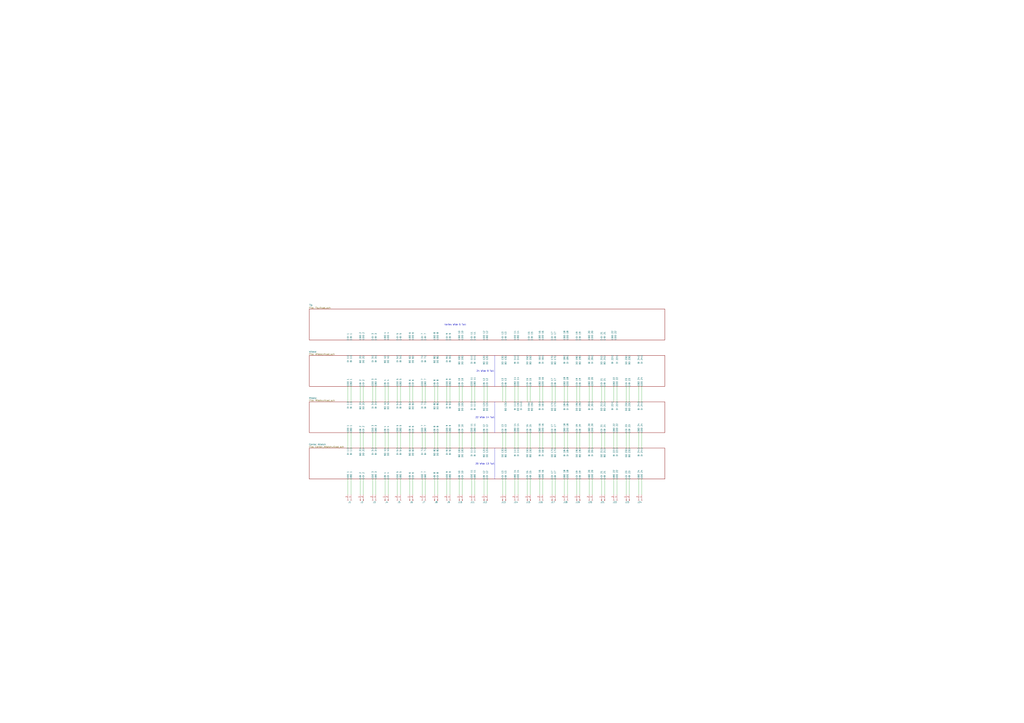
<source format=kicad_sch>
(kicad_sch (version 20231120) (generator "eeschema") (generator_version "8.0")
  (paper "A1")
  (lib_symbols
    (symbol "Connector:Conn_01x02_Pin" (pin_names (offset 1.016) hide)
      (property "Reference" "J" (at 0 2.54 0))
      (property "Value" "Conn_01x02_Pin" (at 0 -5.08 0))
      (symbol "Conn_01x02_Pin_1_1"
        (polyline (pts (xy 1.27 -2.54) (xy 0.8636 -2.54)) (stroke (width 0.1524)))
        (polyline (pts (xy 1.27 0) (xy 0.8636 0)) (stroke (width 0.1524)))
        (rectangle (start 0.8636 -2.413) (end 0 -2.667) (stroke (width 0.1524)) (fill (type outline)))
        (rectangle (start 0.8636 0.127) (end 0 -0.127) (stroke (width 0.1524)) (fill (type outline)))
        (pin passive line (at 5.08 0 180) (length 3.81) (name "Pin_1") (number "1"))
        (pin passive line (at 5.08 -2.54 180) (length 3.81) (name "Pin_2") (number "2"))
      )
    )
    (symbol "Connector:Conn_01x02_Socket" (pin_names (offset 1.016) hide)
      (property "Reference" "J" (at 0 2.54 0))
      (property "Value" "Conn_01x02_Socket" (at 0 -5.08 0))
      (symbol "Conn_01x02_Socket_1_1"
        (arc (start 0 -2.032) (mid -0.5058 -2.54) (end 0 -3.048) (stroke (width 0.1524)))
        (polyline (pts (xy -1.27 -2.54) (xy -0.508 -2.54)) (stroke (width 0.1524)))
        (polyline (pts (xy -1.27 0) (xy -0.508 0)) (stroke (width 0.1524)))
        (arc (start 0 0.508) (mid -0.5058 0) (end 0 -0.508) (stroke (width 0.1524)))
        (pin passive line (at -5.08 0 0) (length 3.81) (name "Pin_1") (number "1"))
        (pin passive line (at -5.08 -2.54 0) (length 3.81) (name "Pin_2") (number "2"))
      )
    )
  )
  (wire (pts (xy 422.91 317.5) (xy 422.91 330.2)))
  (wire (pts (xy 285.75 393.7) (xy 285.75 406.4)))
  (wire (pts (xy 422.91 393.7) (xy 422.91 406.4)))
  (wire (pts (xy 387.35 355.6) (xy 387.35 368.3)))
  (wire (pts (xy 336.55 393.7) (xy 336.55 406.4)))
  (wire (pts (xy 433.07 393.7) (xy 433.07 406.4)))
  (wire (pts (xy 367.03 355.6) (xy 367.03 368.3)))
  (wire (pts (xy 516.89 355.6) (xy 516.89 368.3)))
  (wire (pts (xy 516.89 393.7) (xy 516.89 406.4)))
  (wire (pts (xy 336.55 355.6) (xy 336.55 368.3)))
  (wire (pts (xy 326.39 355.6) (xy 326.39 368.3)))
  (wire (pts (xy 476.25 393.7) (xy 476.25 406.4)))
  (wire (pts (xy 435.61 355.6) (xy 435.61 368.3)))
  (wire (pts (xy 377.19 355.6) (xy 377.19 368.3)))
  (wire (pts (xy 326.39 393.7) (xy 326.39 406.4)))
  (wire (pts (xy 422.91 355.6) (xy 422.91 368.3)))
  (wire (pts (xy 476.25 355.6) (xy 476.25 368.3)))
  (wire (pts (xy 494.03 393.7) (xy 494.03 406.4)))
  (wire (pts (xy 516.89 317.5) (xy 516.89 330.2)))
  (wire (pts (xy 359.41 355.6) (xy 359.41 368.3)))
  (polyline (pts (xy 406.4 330.2) (xy 406.4 355.6)))
  (wire (pts (xy 443.23 317.5) (xy 443.23 330.2)))
  (wire (pts (xy 496.57 393.7) (xy 496.57 406.4)))
  (wire (pts (xy 349.25 393.7) (xy 349.25 406.4)))
  (wire (pts (xy 433.07 317.5) (xy 433.07 330.2)))
  (wire (pts (xy 473.71 355.6) (xy 473.71 368.3)))
  (wire (pts (xy 356.87 317.5) (xy 356.87 330.2)))
  (wire (pts (xy 455.93 393.7) (xy 455.93 406.4)))
  (wire (pts (xy 387.35 317.5) (xy 387.35 330.2)))
  (wire (pts (xy 412.75 393.7) (xy 412.75 406.4)))
  (wire (pts (xy 367.03 317.5) (xy 367.03 330.2)))
  (wire (pts (xy 328.93 355.6) (xy 328.93 368.3)))
  (wire (pts (xy 433.07 355.6) (xy 433.07 368.3)))
  (wire (pts (xy 494.03 355.6) (xy 494.03 368.3)))
  (wire (pts (xy 445.77 393.7) (xy 445.77 406.4)))
  (wire (pts (xy 328.93 393.7) (xy 328.93 406.4)))
  (wire (pts (xy 466.09 393.7) (xy 466.09 406.4)))
  (wire (pts (xy 486.41 393.7) (xy 486.41 406.4)))
  (wire (pts (xy 400.05 355.6) (xy 400.05 368.3)))
  (wire (pts (xy 400.05 393.7) (xy 400.05 406.4)))
  (wire (pts (xy 369.57 355.6) (xy 369.57 368.3)))
  (wire (pts (xy 397.51 355.6) (xy 397.51 368.3)))
  (wire (pts (xy 466.09 317.5) (xy 466.09 330.2)))
  (wire (pts (xy 463.55 317.5) (xy 463.55 330.2)))
  (wire (pts (xy 486.41 317.5) (xy 486.41 330.2)))
  (wire (pts (xy 288.29 355.6) (xy 288.29 368.3)))
  (wire (pts (xy 379.73 393.7) (xy 379.73 406.4)))
  (wire (pts (xy 339.09 355.6) (xy 339.09 368.3)))
  (wire (pts (xy 524.51 393.7) (xy 524.51 406.4)))
  (wire (pts (xy 425.45 317.5) (xy 425.45 330.2)))
  (wire (pts (xy 453.39 317.5) (xy 453.39 330.2)))
  (wire (pts (xy 285.75 317.5) (xy 285.75 330.2)))
  (wire (pts (xy 445.77 317.5) (xy 445.77 330.2)))
  (wire (pts (xy 316.23 317.5) (xy 316.23 330.2)))
  (wire (pts (xy 443.23 355.6) (xy 443.23 368.3)))
  (wire (pts (xy 389.89 393.7) (xy 389.89 406.4)))
  (wire (pts (xy 473.71 393.7) (xy 473.71 406.4)))
  (wire (pts (xy 425.45 355.6) (xy 425.45 368.3)))
  (wire (pts (xy 326.39 317.5) (xy 326.39 330.2)))
  (wire (pts (xy 369.57 317.5) (xy 369.57 330.2)))
  (wire (pts (xy 356.87 393.7) (xy 356.87 406.4)))
  (wire (pts (xy 298.45 393.7) (xy 298.45 406.4)))
  (wire (pts (xy 349.25 317.5) (xy 349.25 330.2)))
  (wire (pts (xy 379.73 355.6) (xy 379.73 368.3)))
  (wire (pts (xy 527.05 393.7) (xy 527.05 406.4)))
  (wire (pts (xy 506.73 355.6) (xy 506.73 368.3)))
  (wire (pts (xy 504.19 317.5) (xy 504.19 330.2)))
  (wire (pts (xy 397.51 317.5) (xy 397.51 330.2)))
  (wire (pts (xy 359.41 393.7) (xy 359.41 406.4)))
  (wire (pts (xy 496.57 317.5) (xy 496.57 330.2)))
  (wire (pts (xy 473.71 317.5) (xy 473.71 330.2)))
  (wire (pts (xy 387.35 393.7) (xy 387.35 406.4)))
  (wire (pts (xy 308.61 355.6) (xy 308.61 368.3)))
  (wire (pts (xy 514.35 393.7) (xy 514.35 406.4)))
  (wire (pts (xy 506.73 317.5) (xy 506.73 330.2)))
  (wire (pts (xy 288.29 317.5) (xy 288.29 330.2)))
  (wire (pts (xy 295.91 317.5) (xy 295.91 330.2)))
  (wire (pts (xy 377.19 317.5) (xy 377.19 330.2)))
  (wire (pts (xy 306.07 355.6) (xy 306.07 368.3)))
  (wire (pts (xy 346.71 355.6) (xy 346.71 368.3)))
  (wire (pts (xy 328.93 317.5) (xy 328.93 330.2)))
  (wire (pts (xy 453.39 393.7) (xy 453.39 406.4)))
  (wire (pts (xy 524.51 355.6) (xy 524.51 368.3)))
  (wire (pts (xy 295.91 393.7) (xy 295.91 406.4)))
  (wire (pts (xy 346.71 317.5) (xy 346.71 330.2)))
  (wire (pts (xy 445.77 355.6) (xy 445.77 368.3)))
  (wire (pts (xy 496.57 355.6) (xy 496.57 368.3)))
  (wire (pts (xy 455.93 317.5) (xy 455.93 330.2)))
  (wire (pts (xy 397.51 393.7) (xy 397.51 406.4)))
  (wire (pts (xy 369.57 393.7) (xy 369.57 406.4)))
  (wire (pts (xy 527.05 355.6) (xy 527.05 368.3)))
  (wire (pts (xy 443.23 393.7) (xy 443.23 406.4)))
  (wire (pts (xy 318.77 355.6) (xy 318.77 368.3)))
  (wire (pts (xy 476.25 317.5) (xy 476.25 330.2)))
  (wire (pts (xy 494.03 317.5) (xy 494.03 330.2)))
  (wire (pts (xy 463.55 393.7) (xy 463.55 406.4)))
  (wire (pts (xy 415.29 355.6) (xy 415.29 368.3)))
  (polyline (pts (xy 406.4 368.3) (xy 406.4 393.7)))
  (wire (pts (xy 346.71 393.7) (xy 346.71 406.4)))
  (wire (pts (xy 377.19 393.7) (xy 377.19 406.4)))
  (wire (pts (xy 514.35 355.6) (xy 514.35 368.3)))
  (wire (pts (xy 463.55 355.6) (xy 463.55 368.3)))
  (wire (pts (xy 389.89 317.5) (xy 389.89 330.2)))
  (wire (pts (xy 316.23 355.6) (xy 316.23 368.3)))
  (wire (pts (xy 435.61 317.5) (xy 435.61 330.2)))
  (wire (pts (xy 425.45 393.7) (xy 425.45 406.4)))
  (wire (pts (xy 504.19 393.7) (xy 504.19 406.4)))
  (wire (pts (xy 285.75 355.6) (xy 285.75 368.3)))
  (wire (pts (xy 483.87 393.7) (xy 483.87 406.4)))
  (wire (pts (xy 415.29 317.5) (xy 415.29 330.2)))
  (wire (pts (xy 455.93 355.6) (xy 455.93 368.3)))
  (wire (pts (xy 306.07 393.7) (xy 306.07 406.4)))
  (wire (pts (xy 288.29 393.7) (xy 288.29 406.4)))
  (wire (pts (xy 318.77 393.7) (xy 318.77 406.4)))
  (wire (pts (xy 359.41 317.5) (xy 359.41 330.2)))
  (wire (pts (xy 524.51 317.5) (xy 524.51 330.2)))
  (wire (pts (xy 506.73 393.7) (xy 506.73 406.4)))
  (wire (pts (xy 400.05 317.5) (xy 400.05 330.2)))
  (wire (pts (xy 339.09 393.7) (xy 339.09 406.4)))
  (wire (pts (xy 415.29 393.7) (xy 415.29 406.4)))
  (wire (pts (xy 298.45 355.6) (xy 298.45 368.3)))
  (wire (pts (xy 483.87 355.6) (xy 483.87 368.3)))
  (wire (pts (xy 514.35 317.5) (xy 514.35 330.2)))
  (wire (pts (xy 453.39 355.6) (xy 453.39 368.3)))
  (wire (pts (xy 412.75 317.5) (xy 412.75 330.2)))
  (wire (pts (xy 527.05 317.5) (xy 527.05 330.2)))
  (wire (pts (xy 306.07 317.5) (xy 306.07 330.2)))
  (wire (pts (xy 316.23 393.7) (xy 316.23 406.4)))
  (wire (pts (xy 308.61 317.5) (xy 308.61 330.2)))
  (wire (pts (xy 466.09 355.6) (xy 466.09 368.3)))
  (wire (pts (xy 308.61 393.7) (xy 308.61 406.4)))
  (wire (pts (xy 356.87 355.6) (xy 356.87 368.3)))
  (wire (pts (xy 486.41 355.6) (xy 486.41 368.3)))
  (wire (pts (xy 367.03 393.7) (xy 367.03 406.4)))
  (wire (pts (xy 435.61 393.7) (xy 435.61 406.4)))
  (wire (pts (xy 504.19 355.6) (xy 504.19 368.3)))
  (wire (pts (xy 339.09 317.5) (xy 339.09 330.2)))
  (wire (pts (xy 389.89 355.6) (xy 389.89 368.3)))
  (wire (pts (xy 483.87 317.5) (xy 483.87 330.2)))
  (wire (pts (xy 379.73 317.5) (xy 379.73 330.2)))
  (wire (pts (xy 318.77 317.5) (xy 318.77 330.2)))
  (wire (pts (xy 349.25 355.6) (xy 349.25 368.3)))
  (polyline (pts (xy 406.4 292.1) (xy 406.4 317.5)))
  (wire (pts (xy 295.91 355.6) (xy 295.91 368.3)))
  (wire (pts (xy 412.75 355.6) (xy 412.75 368.3)))
  (wire (pts (xy 298.45 317.5) (xy 298.45 330.2)))
  (wire (pts (xy 336.55 317.5) (xy 336.55 330.2)))
  (text "Varies Wide 5 Tall" (at 373.888 266.954 0) (effects (font (size 1.27 1.27))))
  (text "22 Wide 14 Tall" (at 398.272 343.154 0) (effects (font (size 1.27 1.27))))
  (text "20 Wide 13 Tall\n" (at 398.272 381.254 0) (effects (font (size 1.27 1.27))))
  (text "24 Wide 9 Tall" (at 398.526 305.054 0) (effects (font (size 1.27 1.27))))
  (symbol (lib_id "Connector:Conn_01x02_Pin") (at 412.75 411.48 90) (unit 1)
    (property "Reference" "J13" (at 415.29 412.75 90) (effects (justify left)))
    (property "Value" "Conn_01x02_Pin" (effects (hide yes)))
    (property "Footprint" "Dustins_Footprints:Snowboard_Flex_Solder_pad_short" (effects (hide yes)))
  )
  (symbol (lib_id "Connector:Conn_01x02_Pin") (at 336.55 411.48 90) (unit 1)
    (property "Reference" "J6" (at 339.09 412.75 90) (effects (justify left)))
    (property "Value" "Conn_01x02_Pin" (effects (hide yes)))
    (property "Footprint" "Dustins_Footprints:Snowboard_Flex_Solder_pad_short" (effects (hide yes)))
  )
  (symbol (lib_id "Connector:Conn_01x02_Pin") (at 453.39 411.48 90) (unit 1)
    (property "Reference" "J17" (at 455.93 412.75 90) (effects (justify left)))
    (property "Value" "Conn_01x02_Pin" (effects (hide yes)))
    (property "Footprint" "Dustins_Footprints:Snowboard_Flex_Solder_pad_short" (effects (hide yes)))
  )
  (symbol (lib_id "Connector:Conn_01x02_Socket") (at 527.05 411.48 270) (unit 1)
    (property "Reference" "J24" (at 527.05 412.75 90) (effects (justify right)))
    (property "Value" "Conn_01x02_Socket" (effects (hide yes)))
    (property "Footprint" "Dustins_Footprints:Snowboard_Flex_Solder_pad_short" (effects (hide yes)))
  )
  (symbol (lib_id "Connector:Conn_01x02_Socket") (at 288.29 411.48 270) (unit 1)
    (property "Reference" "J1" (at 288.29 412.75 90) (effects (justify right)))
    (property "Value" "Conn_01x02_Socket" (effects (hide yes)))
    (property "Footprint" "Dustins_Footprints:Snowboard_Flex_Solder_pad_short" (effects (hide yes)))
  )
  (symbol (lib_id "Connector:Conn_01x02_Socket") (at 445.77 411.48 270) (unit 1)
    (property "Reference" "J16" (at 445.77 412.75 90) (effects (justify right)))
    (property "Value" "Conn_01x02_Socket" (effects (hide yes)))
    (property "Footprint" "Dustins_Footprints:Snowboard_Flex_Solder_pad_short" (effects (hide yes)))
  )
  (symbol (lib_id "Connector:Conn_01x02_Pin") (at 397.51 411.48 90) (unit 1)
    (property "Reference" "J12" (at 400.05 412.75 90) (effects (justify left)))
    (property "Value" "Conn_01x02_Pin" (effects (hide yes)))
    (property "Footprint" "Dustins_Footprints:Snowboard_Flex_Solder_pad_short" (effects (hide yes)))
  )
  (symbol (lib_id "Connector:Conn_01x02_Pin") (at 514.35 411.48 90) (unit 1)
    (property "Reference" "J23" (at 516.89 412.75 90) (effects (justify left)))
    (property "Value" "Conn_01x02_Pin" (effects (hide yes)))
    (property "Footprint" "Dustins_Footprints:Snowboard_Flex_Solder_pad_short" (effects (hide yes)))
  )
  (symbol (lib_id "Connector:Conn_01x02_Pin") (at 433.07 411.48 90) (unit 1)
    (property "Reference" "J15" (at 435.61 412.75 90) (effects (justify left)))
    (property "Value" "Conn_01x02_Pin" (effects (hide yes)))
    (property "Footprint" "Dustins_Footprints:Snowboard_Flex_Solder_pad_short" (effects (hide yes)))
  )
  (symbol (lib_id "Connector:Conn_01x02_Socket") (at 486.41 411.48 270) (unit 1)
    (property "Reference" "J20" (at 486.41 412.75 90) (effects (justify right)))
    (property "Value" "Conn_01x02_Socket" (effects (hide yes)))
    (property "Footprint" "Dustins_Footprints:Snowboard_Flex_Solder_pad_short" (effects (hide yes)))
  )
  (symbol (lib_id "Connector:Conn_01x02_Pin") (at 356.87 411.48 90) (unit 1)
    (property "Reference" "J8" (at 359.41 412.75 90) (effects (justify left)))
    (property "Value" "Conn_01x02_Pin" (effects (hide yes)))
    (property "Footprint" "Dustins_Footprints:Snowboard_Flex_Solder_pad_short" (effects (hide yes)))
  )
  (symbol (lib_id "Connector:Conn_01x02_Socket") (at 349.25 411.48 270) (unit 1)
    (property "Reference" "J7" (at 349.25 412.75 90) (effects (justify right)))
    (property "Value" "Conn_01x02_Socket" (effects (hide yes)))
    (property "Footprint" "Dustins_Footprints:Snowboard_Flex_Solder_pad_short" (effects (hide yes)))
  )
  (symbol (lib_id "Connector:Conn_01x02_Socket") (at 308.61 411.48 270) (unit 1)
    (property "Reference" "J3" (at 308.61 412.75 90) (effects (justify right)))
    (property "Value" "Conn_01x02_Socket" (effects (hide yes)))
    (property "Footprint" "Dustins_Footprints:Snowboard_Flex_Solder_pad_short" (effects (hide yes)))
  )
  (symbol (lib_id "Connector:Conn_01x02_Socket") (at 506.73 411.48 270) (unit 1)
    (property "Reference" "J22" (at 506.73 412.75 90) (effects (justify right)))
    (property "Value" "Conn_01x02_Socket" (effects (hide yes)))
    (property "Footprint" "Dustins_Footprints:Snowboard_Flex_Solder_pad_short" (effects (hide yes)))
  )
  (symbol (lib_id "Connector:Conn_01x02_Socket") (at 389.89 411.48 270) (unit 1)
    (property "Reference" "J11" (at 389.89 412.75 90) (effects (justify right)))
    (property "Value" "Conn_01x02_Socket" (effects (hide yes)))
    (property "Footprint" "Dustins_Footprints:Snowboard_Flex_Solder_pad_short" (effects (hide yes)))
  )
  (symbol (lib_id "Connector:Conn_01x02_Pin") (at 494.03 411.48 90) (unit 1)
    (property "Reference" "J21" (at 496.57 412.75 90) (effects (justify left)))
    (property "Value" "Conn_01x02_Pin" (effects (hide yes)))
    (property "Footprint" "Dustins_Footprints:Snowboard_Flex_Solder_pad_short" (effects (hide yes)))
  )
  (symbol (lib_id "Connector:Conn_01x02_Pin") (at 377.19 411.48 90) (unit 1)
    (property "Reference" "J10" (at 379.73 412.75 90) (effects (justify left)))
    (property "Value" "Conn_01x02_Pin" (effects (hide yes)))
    (property "Footprint" "Dustins_Footprints:Snowboard_Flex_Solder_pad_short" (effects (hide yes)))
  )
  (symbol (lib_id "Connector:Conn_01x02_Pin") (at 295.91 411.48 90) (unit 1)
    (property "Reference" "J2" (at 298.45 412.75 90) (effects (justify left)))
    (property "Value" "Conn_01x02_Pin" (effects (hide yes)))
    (property "Footprint" "Dustins_Footprints:Snowboard_Flex_Solder_pad_short" (effects (hide yes)))
  )
  (symbol (lib_id "Connector:Conn_01x02_Pin") (at 473.71 411.48 90) (unit 1)
    (property "Reference" "J19" (at 476.25 412.75 90) (effects (justify left)))
    (property "Value" "Conn_01x02_Pin" (effects (hide yes)))
    (property "Footprint" "Dustins_Footprints:Snowboard_Flex_Solder_pad_short" (effects (hide yes)))
  )
  (symbol (lib_id "Connector:Conn_01x02_Socket") (at 369.57 411.48 270) (unit 1)
    (property "Reference" "J9" (at 369.57 412.75 90) (effects (justify right)))
    (property "Value" "Conn_01x02_Socket" (effects (hide yes)))
    (property "Footprint" "Dustins_Footprints:Snowboard_Flex_Solder_pad_short" (effects (hide yes)))
  )
  (symbol (lib_id "Connector:Conn_01x02_Pin") (at 316.23 411.48 90) (unit 1)
    (property "Reference" "J4" (at 318.77 412.75 90) (effects (justify left)))
    (property "Value" "Conn_01x02_Pin" (effects (hide yes)))
    (property "Footprint" "Dustins_Footprints:Snowboard_Flex_Solder_pad_short" (effects (hide yes)))
  )
  (symbol (lib_id "Connector:Conn_01x02_Socket") (at 328.93 411.48 270) (unit 1)
    (property "Reference" "J5" (at 328.93 412.75 90) (effects (justify right)))
    (property "Value" "Conn_01x02_Socket" (effects (hide yes)))
    (property "Footprint" "Dustins_Footprints:Snowboard_Flex_Solder_pad_short" (effects (hide yes)))
  )
  (symbol (lib_id "Connector:Conn_01x02_Socket") (at 425.45 411.48 270) (unit 1)
    (property "Reference" "J14" (at 425.45 412.75 90) (effects (justify right)))
    (property "Value" "Conn_01x02_Socket" (effects (hide yes)))
    (property "Footprint" "Dustins_Footprints:Snowboard_Flex_Solder_pad_short" (effects (hide yes)))
  )
  (symbol (lib_id "Connector:Conn_01x02_Socket") (at 466.09 411.48 270) (unit 1)
    (property "Reference" "J18" (at 466.09 412.75 90) (effects (justify right)))
    (property "Value" "Conn_01x02_Socket" (effects (hide yes)))
    (property "Footprint" "Dustins_Footprints:Snowboard_Flex_Solder_pad_short" (effects (hide yes)))
  )
  (sheet (at 254 254) (size 292.1 25.4) (stroke (width 0.1524))
    (property "Sheetname" "Tip" (at 253.746 251.46 0) (effects (justify left bottom)))
    (property "Sheetfile" "Tip.kicad_sch" (at 253.746 252.222 0) (effects (justify left top)))
    (pin "BO 20" output (at 483.87 279.4 270))
    (pin "BI 19" input (at 476.25 279.4 270))
    (pin "DI 19" input (at 473.71 279.4 270))
    (pin "BO 22" output (at 502.92 279.4 270))
    (pin "DO 22" output (at 505.46 279.4 270))
    (pin "BI 21" input (at 496.57 279.4 270))
    (pin "DI 21" input (at 494.03 279.4 270))
    (pin "DO 20" output (at 486.41 279.4 270))
    (pin "BO 18" output (at 463.55 279.4 270))
    (pin "DO 18" output (at 466.09 279.4 270))
    (pin "DI 17" input (at 453.39 279.4 270))
    (pin "BI 17" input (at 455.93 279.4 270))
    (pin "BI 1" input (at 288.29 279.4 270))
    (pin "DI 1" input (at 285.75 279.4 270))
    (pin "DO 4" output (at 318.77 279.4 270))
    (pin "BO 4" output (at 316.23 279.4 270))
    (pin "DI 5" input (at 326.39 279.4 270))
    (pin "BI 5" input (at 328.93 279.4 270))
    (pin "DI 3" input (at 306.07 279.4 270))
    (pin "BO 2" output (at 295.91 279.4 270))
    (pin "DO 2" output (at 298.45 279.4 270))
    (pin "BI 3" input (at 308.61 279.4 270))
    (pin "DI 9" input (at 367.03 279.4 270))
    (pin "BI 9" input (at 369.57 279.4 270))
    (pin "BO 8" output (at 356.87 279.4 270))
    (pin "DO 8" output (at 359.41 279.4 270))
    (pin "BO 10" output (at 377.19 279.4 270))
    (pin "DO 10" output (at 379.73 279.4 270))
    (pin "DI 11" input (at 387.35 279.4 270))
    (pin "BI 11" input (at 389.89 279.4 270))
    (pin "DO 6" output (at 339.09 279.4 270))
    (pin "BO 6" output (at 336.55 279.4 270))
    (pin "DI 7" input (at 346.71 279.4 270))
    (pin "BI 7" input (at 349.25 279.4 270))
    (pin "BO 14" output (at 425.45 279.4 270))
    (pin "DO 14" output (at 422.91 279.4 270))
    (pin "BI 13" input (at 415.29 279.4 270))
    (pin "DI 13" input (at 412.75 279.4 270))
    (pin "BO 12" output (at 400.05 279.4 270))
    (pin "DO 12" output (at 397.51 279.4 270))
    (pin "BI 15" input (at 436.88 279.4 270))
    (pin "DI 15" input (at 434.34 279.4 270))
    (pin "DO 16" output (at 445.77 279.4 270))
    (pin "BO 16" output (at 443.23 279.4 270))
  )
  (sheet (at 254 292.1) (size 292.1 25.4) (stroke (width 0.1524))
    (property "Sheetname" "Widest" (at 253.746 289.814 0) (effects (justify left bottom)))
    (property "Sheetfile" "Widest.kicad_sch" (at 253.746 290.322 0) (effects (justify left top)))
    (pin "DO 10" output (at 379.73 292.1 90))
    (pin "BO 10" output (at 377.19 292.1 90))
    (pin "BI 9" input (at 369.57 292.1 90))
    (pin "DI 9" input (at 367.03 292.1 90))
    (pin "DI 12" input (at 400.05 317.5 270))
    (pin "BI 12" input (at 397.51 317.5 270))
    (pin "DI 10" input (at 379.73 317.5 270))
    (pin "BI 10" input (at 377.19 317.5 270))
    (pin "BO 11" output (at 389.89 317.5 270))
    (pin "DO 11" output (at 387.35 317.5 270))
    (pin "DO 9" output (at 367.03 317.5 270))
    (pin "BO 9" output (at 369.57 317.5 270))
    (pin "DO 12" output (at 400.05 292.1 90))
    (pin "BO 12" output (at 397.51 292.1 90))
    (pin "DI 11" input (at 387.35 292.1 90))
    (pin "BI 11" input (at 389.89 292.1 90))
    (pin "DI 19" input (at 473.71 317.5 270))
    (pin "BI 19" input (at 476.25 317.5 270))
    (pin "DI 17" input (at 453.39 317.5 270))
    (pin "BI 17" input (at 455.93 317.5 270))
    (pin "BI 21" input (at 496.57 317.5 270))
    (pin "DI 21" input (at 494.03 317.5 270))
    (pin "DO 20" output (at 486.41 317.5 270))
    (pin "BO 20" output (at 483.87 317.5 270))
    (pin "BO 18" output (at 463.55 317.5 270))
    (pin "DO 18" output (at 466.09 317.5 270))
    (pin "DO 5" output (at 326.39 317.5 270))
    (pin "BO 5" output (at 328.93 317.5 270))
    (pin "DO 3" output (at 306.07 317.5 270))
    (pin "BO 3" output (at 308.61 317.5 270))
    (pin "DI 4" input (at 318.77 317.5 270))
    (pin "BI 4" input (at 316.23 317.5 270))
    (pin "DI 6" input (at 339.09 317.5 270))
    (pin "BI 6" input (at 336.55 317.5 270))
    (pin "BO 7" output (at 349.25 317.5 270))
    (pin "DO 7" output (at 346.71 317.5 270))
    (pin "DI 16" input (at 445.77 292.1 90))
    (pin "BI 16" input (at 443.23 292.1 90))
    (pin "BO 15" output (at 435.61 292.1 90))
    (pin "DO 15" output (at 433.07 292.1 90))
    (pin "BI 15" input (at 435.61 317.5 270))
    (pin "DI 15" input (at 433.07 317.5 270))
    (pin "BO 14" output (at 422.91 317.5 270))
    (pin "DO 14" output (at 425.45 317.5 270))
    (pin "DI 13" input (at 412.75 317.5 270))
    (pin "BI 13" input (at 415.29 317.5 270))
    (pin "BO 16" output (at 443.23 317.5 270))
    (pin "DO 16" output (at 445.77 317.5 270))
    (pin "BI 14" input (at 422.91 292.1 90))
    (pin "DO 13" output (at 412.75 292.1 90))
    (pin "DI 14" input (at 425.45 292.1 90))
    (pin "BO 13" output (at 415.29 292.1 90))
    (pin "BO 22" output (at 504.19 317.5 270))
    (pin "DO 22" output (at 506.73 317.5 270))
    (pin "BI 18" input (at 463.55 292.1 90))
    (pin "DO 17" output (at 453.39 292.1 90))
    (pin "BO 17" output (at 455.93 292.1 90))
    (pin "DI 18" input (at 466.09 292.1 90))
    (pin "BO 21" output (at 496.57 292.1 90))
    (pin "DI 22" input (at 506.73 292.1 90))
    (pin "DO 21" output (at 494.03 292.1 90))
    (pin "BI 22" input (at 502.92 292.1 90))
    (pin "BI 20" input (at 483.87 292.1 90))
    (pin "BO 19" output (at 476.25 292.1 90))
    (pin "DI 20" input (at 486.41 292.1 90))
    (pin "DO 19" output (at 473.71 292.1 90))
    (pin "DI 8" input (at 359.41 317.5 270))
    (pin "BI 8" input (at 356.87 317.5 270))
    (pin "BO 4" output (at 316.23 292.1 90))
    (pin "DI 3" input (at 306.07 292.1 90))
    (pin "BI 3" input (at 308.61 292.1 90))
    (pin "DO 4" output (at 318.77 292.1 90))
    (pin "DO 6" output (at 339.09 292.1 90))
    (pin "BI 5" input (at 328.93 292.1 90))
    (pin "BO 6" output (at 336.55 292.1 90))
    (pin "DI 5" input (at 326.39 292.1 90))
    (pin "DO 8" output (at 359.41 292.1 90))
    (pin "BO 8" output (at 356.87 292.1 90))
    (pin "BI 7" input (at 349.25 292.1 90))
    (pin "DI 7" input (at 346.71 292.1 90))
    (pin "BO 2" output (at 295.91 292.1 90))
    (pin "DI 2" input (at 298.45 317.5 270))
    (pin "DO 2" output (at 298.45 292.1 90))
    (pin "BI 2" input (at 295.91 317.5 270))
    (pin "DO 1" output (at 285.75 317.5 270))
    (pin "DI 1" input (at 285.75 292.1 90))
    (pin "BO 1" output (at 288.29 317.5 270))
    (pin "BI 1" input (at 288.29 292.1 90))
    (pin "DI 24" input (at 527.05 292.1 90))
    (pin "BI 24" input (at 524.51 292.1 90))
    (pin "BO 24" output (at 524.51 317.5 270))
    (pin "DO 24" output (at 527.05 317.5 270))
    (pin "BO 23" output (at 516.89 292.1 90))
    (pin "BI 23" input (at 516.89 317.5 270))
    (pin "DI 23" input (at 514.35 317.5 270))
    (pin "DO 23" output (at 514.35 292.1 90))
  )
  (sheet (at 254 330.2) (size 292.1 25.4) (stroke (width 0.1524))
    (property "Sheetname" "Middle" (at 253.746 327.914 0) (effects (justify left bottom)))
    (property "Sheetfile" "Middle.kicad_sch" (at 253.746 328.422 0) (effects (justify left top)))
    (pin "DO 10" output (at 379.73 330.2 90))
    (pin "BO 10" output (at 377.19 330.2 90))
    (pin "BI 9" input (at 369.57 330.2 90))
    (pin "DI 9" input (at 367.03 330.2 90))
    (pin "DI 12" input (at 400.05 355.6 270))
    (pin "BI 12" input (at 397.51 355.6 270))
    (pin "DI 10" input (at 379.73 355.6 270))
    (pin "BI 10" input (at 377.19 355.6 270))
    (pin "BO 11" output (at 389.89 355.6 270))
    (pin "DO 11" output (at 387.35 355.6 270))
    (pin "DO 9" output (at 367.03 355.6 270))
    (pin "BO 9" output (at 369.57 355.6 270))
    (pin "DO 12" output (at 400.05 330.2 90))
    (pin "BO 12" output (at 397.51 330.2 90))
    (pin "DI 11" input (at 387.35 330.2 90))
    (pin "BI 11" input (at 389.89 330.2 90))
    (pin "DI 19" input (at 473.71 355.6 270))
    (pin "BI 19" input (at 476.25 355.6 270))
    (pin "DI 17" input (at 453.39 355.6 270))
    (pin "BI 17" input (at 455.93 355.6 270))
    (pin "BI 21" input (at 496.57 355.6 270))
    (pin "DI 21" input (at 494.03 355.6 270))
    (pin "DO 20" output (at 486.41 355.6 270))
    (pin "BO 20" output (at 483.87 355.6 270))
    (pin "BO 18" output (at 463.55 355.6 270))
    (pin "DO 18" output (at 466.09 355.6 270))
    (pin "DO 5" output (at 326.39 355.6 270))
    (pin "BO 5" output (at 328.93 355.6 270))
    (pin "DO 3" output (at 306.07 355.6 270))
    (pin "BO 3" output (at 308.61 355.6 270))
    (pin "DI 4" input (at 318.77 355.6 270))
    (pin "BI 4" input (at 316.23 355.6 270))
    (pin "DI 6" input (at 339.09 355.6 270))
    (pin "BI 6" input (at 336.55 355.6 270))
    (pin "BO 7" output (at 349.25 355.6 270))
    (pin "DO 7" output (at 346.71 355.6 270))
    (pin "DI 16" input (at 445.77 330.2 90))
    (pin "BI 16" input (at 443.23 330.2 90))
    (pin "BO 15" output (at 436.88 330.2 90))
    (pin "DO 15" output (at 434.34 330.2 90))
    (pin "BI 15" input (at 435.61 355.6 270))
    (pin "DI 15" input (at 433.07 355.6 270))
    (pin "BO 14" output (at 422.91 355.6 270))
    (pin "DO 14" output (at 425.45 355.6 270))
    (pin "DI 13" input (at 412.75 355.6 270))
    (pin "BI 13" input (at 415.29 355.6 270))
    (pin "BO 16" output (at 443.23 355.6 270))
    (pin "DO 16" output (at 445.77 355.6 270))
    (pin "BI 14" input (at 422.91 330.2 90))
    (pin "DO 13" output (at 425.45 330.2 90))
    (pin "DI 14" input (at 427.99 330.2 90))
    (pin "BO 13" output (at 415.29 330.2 90))
    (pin "BO 22" output (at 504.19 355.6 270))
    (pin "DO 22" output (at 506.73 355.6 270))
    (pin "BI 18" input (at 463.55 330.2 90))
    (pin "DO 17" output (at 453.39 330.2 90))
    (pin "BO 17" output (at 455.93 330.2 90))
    (pin "DI 18" input (at 466.09 330.2 90))
    (pin "BO 21" output (at 496.57 330.2 90))
    (pin "DI 22" input (at 506.73 330.2 90))
    (pin "DO 21" output (at 494.03 330.2 90))
    (pin "BI 22" input (at 502.92 330.2 90))
    (pin "BI 20" input (at 483.87 330.2 90))
    (pin "BO 19" output (at 476.25 330.2 90))
    (pin "DI 20" input (at 486.41 330.2 90))
    (pin "DO 19" output (at 473.71 330.2 90))
    (pin "DI 8" input (at 359.41 355.6 270))
    (pin "BI 8" input (at 356.87 355.6 270))
    (pin "BO 4" output (at 316.23 330.2 90))
    (pin "DI 3" input (at 306.07 330.2 90))
    (pin "BI 3" input (at 308.61 330.2 90))
    (pin "DO 4" output (at 318.77 330.2 90))
    (pin "DO 6" output (at 339.09 330.2 90))
    (pin "BI 5" input (at 328.93 330.2 90))
    (pin "BO 6" output (at 336.55 330.2 90))
    (pin "DI 5" input (at 326.39 330.2 90))
    (pin "DO 8" output (at 359.41 330.2 90))
    (pin "BO 8" output (at 356.87 330.2 90))
    (pin "BI 7" input (at 349.25 330.2 90))
    (pin "DI 7" input (at 346.71 330.2 90))
    (pin "BO 2" output (at 295.91 330.2 90))
    (pin "DI 2" input (at 298.45 355.6 270))
    (pin "DO 2" output (at 298.45 330.2 90))
    (pin "BI 2" input (at 295.91 355.6 270))
    (pin "DO 1" output (at 285.75 355.6 270))
    (pin "DI 1" input (at 285.75 330.2 90))
    (pin "BO 1" output (at 288.29 355.6 270))
    (pin "BI 1" input (at 288.29 330.2 90))
    (pin "DI 24" input (at 527.05 330.2 90))
    (pin "BI 24" input (at 524.51 330.2 90))
    (pin "BO 24" output (at 524.51 355.6 270))
    (pin "DO 24" output (at 527.05 355.6 270))
    (pin "BO 23" output (at 516.89 330.2 90))
    (pin "BI 23" input (at 516.89 355.6 270))
    (pin "DI 23" input (at 514.35 355.6 270))
    (pin "DO 23" output (at 514.35 330.2 90))
  )
  (sheet (at 254 368.3) (size 292.1 25.4) (stroke (width 0.1524))
    (property "Sheetname" "Center Attatch" (at 253.746 366.014 0) (effects (justify left bottom)))
    (property "Sheetfile" "Center_Attatch.kicad_sch" (at 253.746 366.522 0) (effects (justify left top)))
    (pin "BI 20" input (at 483.87 368.3 90))
    (pin "DI 20" input (at 486.41 368.3 90))
    (pin "BO 19" output (at 476.25 368.3 90))
    (pin "DO 19" output (at 473.71 368.3 90))
    (pin "BI 18" input (at 463.55 368.3 90))
    (pin "DI 18" input (at 466.09 368.3 90))
    (pin "BI 15" input (at 435.61 393.7 270))
    (pin "DI 15" input (at 433.07 393.7 270))
    (pin "BI 13" input (at 415.29 393.7 270))
    (pin "DI 13" input (at 412.75 393.7 270))
    (pin "BO 14" output (at 422.91 393.7 270))
    (pin "DO 14" output (at 425.45 393.7 270))
    (pin "DO 16" output (at 445.77 393.7 270))
    (pin "BO 16" output (at 443.23 393.7 270))
    (pin "DO 20" output (at 486.41 393.7 270))
    (pin "BO 20" output (at 483.87 393.7 270))
    (pin "BI 19" input (at 476.25 393.7 270))
    (pin "DI 19" input (at 473.71 393.7 270))
    (pin "DI 17" input (at 453.39 393.7 270))
    (pin "BI 17" input (at 455.93 393.7 270))
    (pin "DO 18" output (at 466.09 393.7 270))
    (pin "BO 18" output (at 463.55 393.7 270))
    (pin "DO 15" output (at 433.07 368.3 90))
    (pin "BO 15" output (at 435.61 368.3 90))
    (pin "DI 16" input (at 445.77 368.3 90))
    (pin "BI 16" input (at 443.23 368.3 90))
    (pin "BI 14" input (at 422.91 368.3 90))
    (pin "DI 14" input (at 425.45 368.3 90))
    (pin "DO 13" output (at 412.75 368.3 90))
    (pin "BO 13" output (at 415.29 368.3 90))
    (pin "BO 17" output (at 455.93 368.3 90))
    (pin "DO 17" output (at 453.39 368.3 90))
    (pin "BO 1" output (at 288.29 393.7 270))
    (pin "DO 1" output (at 285.75 393.7 270))
    (pin "DI 2" input (at 298.45 393.7 270))
    (pin "BI 2" input (at 295.91 393.7 270))
    (pin "DO 3" output (at 306.07 393.7 270))
    (pin "BO 3" output (at 308.61 393.7 270))
    (pin "DI 4" input (at 318.77 393.7 270))
    (pin "BI 4" input (at 316.23 393.7 270))
    (pin "BI 1" input (at 288.29 368.3 90))
    (pin "DI 1" input (at 285.75 368.3 90))
    (pin "DI 5" input (at 326.39 368.3 90))
    (pin "DO 4" output (at 318.77 368.3 90))
    (pin "BO 4" output (at 316.23 368.3 90))
    (pin "DO 6" output (at 339.09 368.3 90))
    (pin "BO 6" output (at 336.55 368.3 90))
    (pin "BI 5" input (at 328.93 368.3 90))
    (pin "DI 7" input (at 346.71 368.3 90))
    (pin "BI 7" input (at 349.25 368.3 90))
    (pin "BI 3" input (at 308.61 368.3 90))
    (pin "DI 3" input (at 306.07 368.3 90))
    (pin "BO 2" output (at 295.91 368.3 90))
    (pin "DO 2" output (at 298.45 368.3 90))
    (pin "DO 11" output (at 387.35 393.7 270))
    (pin "BO 11" output (at 389.89 393.7 270))
    (pin "BI 12" input (at 397.51 393.7 270))
    (pin "DI 12" input (at 400.05 393.7 270))
    (pin "DO 9" output (at 367.03 393.7 270))
    (pin "BO 9" output (at 369.57 393.7 270))
    (pin "DI 10" input (at 379.73 393.7 270))
    (pin "BI 10" input (at 377.19 393.7 270))
    (pin "DO 12" output (at 400.05 368.3 90))
    (pin "BO 12" output (at 397.51 368.3 90))
    (pin "DO 10" output (at 379.73 368.3 90))
    (pin "BO 10" output (at 377.19 368.3 90))
    (pin "BI 11" input (at 389.89 368.3 90))
    (pin "DI 11" input (at 387.35 368.3 90))
    (pin "DI 9" input (at 367.03 368.3 90))
    (pin "BI 9" input (at 369.57 368.3 90))
    (pin "BO 8" output (at 356.87 368.3 90))
    (pin "DO 8" output (at 359.41 368.3 90))
    (pin "DO 5" output (at 326.39 393.7 270))
    (pin "BO 5" output (at 328.93 393.7 270))
    (pin "DI 6" input (at 339.09 393.7 270))
    (pin "BI 6" input (at 336.55 393.7 270))
    (pin "DI 8" input (at 359.41 393.7 270))
    (pin "BI 8" input (at 356.87 393.7 270))
    (pin "BO 7" output (at 349.25 393.7 270))
    (pin "DO 7" output (at 346.71 393.7 270))
    (pin "DO 21" output (at 494.03 368.3 90))
    (pin "BO 21" output (at 496.57 368.3 90))
    (pin "DI 22" input (at 506.73 368.3 90))
    (pin "BI 22" input (at 504.19 368.3 90))
    (pin "BO 24" output (at 524.51 393.7 270))
    (pin "BI 24" input (at 524.51 368.3 90))
    (pin "DO 24" output (at 527.05 393.7 270))
    (pin "DI 24" input (at 527.05 368.3 90))
    (pin "BO 23" output (at 516.89 368.3 90))
    (pin "DO 23" output (at 514.35 368.3 90))
    (pin "BI 23" input (at 516.89 393.7 270))
    (pin "DI 23" input (at 514.35 393.7 270))
    (pin "DI 21" input (at 494.03 393.7 270))
    (pin "BI 21" input (at 496.57 393.7 270))
    (pin "BO 22" output (at 504.19 393.7 270))
    (pin "DO 22" output (at 506.73 393.7 270))
  )
)
</source>
